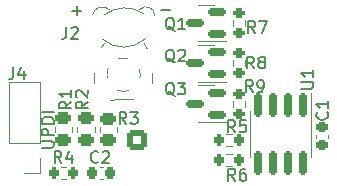
<source format=gto>
G04 #@! TF.GenerationSoftware,KiCad,Pcbnew,7.0.9*
G04 #@! TF.CreationDate,2025-02-16T20:28:53+01:00*
G04 #@! TF.ProjectId,sao_pcb,73616f5f-7063-4622-9e6b-696361645f70,rev?*
G04 #@! TF.SameCoordinates,Original*
G04 #@! TF.FileFunction,Legend,Top*
G04 #@! TF.FilePolarity,Positive*
%FSLAX46Y46*%
G04 Gerber Fmt 4.6, Leading zero omitted, Abs format (unit mm)*
G04 Created by KiCad (PCBNEW 7.0.9) date 2025-02-16 20:28:53*
%MOMM*%
%LPD*%
G01*
G04 APERTURE LIST*
G04 Aperture macros list*
%AMRoundRect*
0 Rectangle with rounded corners*
0 $1 Rounding radius*
0 $2 $3 $4 $5 $6 $7 $8 $9 X,Y pos of 4 corners*
0 Add a 4 corners polygon primitive as box body*
4,1,4,$2,$3,$4,$5,$6,$7,$8,$9,$2,$3,0*
0 Add four circle primitives for the rounded corners*
1,1,$1+$1,$2,$3*
1,1,$1+$1,$4,$5*
1,1,$1+$1,$6,$7*
1,1,$1+$1,$8,$9*
0 Add four rect primitives between the rounded corners*
20,1,$1+$1,$2,$3,$4,$5,0*
20,1,$1+$1,$4,$5,$6,$7,0*
20,1,$1+$1,$6,$7,$8,$9,0*
20,1,$1+$1,$8,$9,$2,$3,0*%
%AMHorizOval*
0 Thick line with rounded ends*
0 $1 width*
0 $2 $3 position (X,Y) of the first rounded end (center of the circle)*
0 $4 $5 position (X,Y) of the second rounded end (center of the circle)*
0 Add line between two ends*
20,1,$1,$2,$3,$4,$5,0*
0 Add two circle primitives to create the rounded ends*
1,1,$1,$2,$3*
1,1,$1,$4,$5*%
%AMRotRect*
0 Rectangle, with rotation*
0 The origin of the aperture is its center*
0 $1 length*
0 $2 width*
0 $3 Rotation angle, in degrees counterclockwise*
0 Add horizontal line*
21,1,$1,$2,0,0,$3*%
G04 Aperture macros list end*
%ADD10C,0.150000*%
%ADD11C,0.100000*%
%ADD12C,0.120000*%
%ADD13RotRect,2.800000X1.700000X355.000000*%
%ADD14HorizOval,1.700000X0.547907X0.047936X-0.547907X-0.047936X0*%
%ADD15HorizOval,1.700000X0.509951X0.206034X-0.509951X-0.206034X0*%
%ADD16HorizOval,1.700000X0.509951X-0.206034X-0.509951X0.206034X0*%
%ADD17HorizOval,1.700000X0.421324X0.353533X-0.421324X-0.353533X0*%
%ADD18HorizOval,1.700000X0.421324X-0.353533X-0.421324X0.353533X0*%
%ADD19C,1.700000*%
%ADD20RoundRect,0.250000X-0.600000X0.600000X-0.600000X-0.600000X0.600000X-0.600000X0.600000X0.600000X0*%
%ADD21RoundRect,0.250000X0.450000X-0.262500X0.450000X0.262500X-0.450000X0.262500X-0.450000X-0.262500X0*%
%ADD22RoundRect,0.150000X0.587500X0.150000X-0.587500X0.150000X-0.587500X-0.150000X0.587500X-0.150000X0*%
%ADD23RoundRect,0.225000X-0.250000X0.225000X-0.250000X-0.225000X0.250000X-0.225000X0.250000X0.225000X0*%
%ADD24RoundRect,0.200000X-0.275000X0.200000X-0.275000X-0.200000X0.275000X-0.200000X0.275000X0.200000X0*%
%ADD25RoundRect,0.225000X-0.225000X-0.250000X0.225000X-0.250000X0.225000X0.250000X-0.225000X0.250000X0*%
%ADD26RoundRect,0.200000X-0.200000X-0.275000X0.200000X-0.275000X0.200000X0.275000X-0.200000X0.275000X0*%
%ADD27RoundRect,0.150000X-0.150000X0.825000X-0.150000X-0.825000X0.150000X-0.825000X0.150000X0.825000X0*%
%ADD28O,1.700000X1.700000*%
%ADD29R,1.700000X1.700000*%
G04 APERTURE END LIST*
D10*
X144369819Y-85863220D02*
X145179342Y-85863220D01*
X145179342Y-85863220D02*
X145274580Y-85815601D01*
X145274580Y-85815601D02*
X145322200Y-85767982D01*
X145322200Y-85767982D02*
X145369819Y-85672744D01*
X145369819Y-85672744D02*
X145369819Y-85482268D01*
X145369819Y-85482268D02*
X145322200Y-85387030D01*
X145322200Y-85387030D02*
X145274580Y-85339411D01*
X145274580Y-85339411D02*
X145179342Y-85291792D01*
X145179342Y-85291792D02*
X144369819Y-85291792D01*
X145369819Y-84815601D02*
X144369819Y-84815601D01*
X144369819Y-84815601D02*
X144369819Y-84434649D01*
X144369819Y-84434649D02*
X144417438Y-84339411D01*
X144417438Y-84339411D02*
X144465057Y-84291792D01*
X144465057Y-84291792D02*
X144560295Y-84244173D01*
X144560295Y-84244173D02*
X144703152Y-84244173D01*
X144703152Y-84244173D02*
X144798390Y-84291792D01*
X144798390Y-84291792D02*
X144846009Y-84339411D01*
X144846009Y-84339411D02*
X144893628Y-84434649D01*
X144893628Y-84434649D02*
X144893628Y-84815601D01*
X145369819Y-83815601D02*
X144369819Y-83815601D01*
X144369819Y-83815601D02*
X144369819Y-83577506D01*
X144369819Y-83577506D02*
X144417438Y-83434649D01*
X144417438Y-83434649D02*
X144512676Y-83339411D01*
X144512676Y-83339411D02*
X144607914Y-83291792D01*
X144607914Y-83291792D02*
X144798390Y-83244173D01*
X144798390Y-83244173D02*
X144941247Y-83244173D01*
X144941247Y-83244173D02*
X145131723Y-83291792D01*
X145131723Y-83291792D02*
X145226961Y-83339411D01*
X145226961Y-83339411D02*
X145322200Y-83434649D01*
X145322200Y-83434649D02*
X145369819Y-83577506D01*
X145369819Y-83577506D02*
X145369819Y-83815601D01*
X145369819Y-82815601D02*
X144369819Y-82815601D01*
X154436779Y-74188866D02*
X155198684Y-74188866D01*
X146936779Y-74288866D02*
X147698684Y-74288866D01*
X147317731Y-74669819D02*
X147317731Y-73907914D01*
X146436666Y-75662785D02*
X146436666Y-76377070D01*
X146436666Y-76377070D02*
X146389047Y-76519927D01*
X146389047Y-76519927D02*
X146293809Y-76615166D01*
X146293809Y-76615166D02*
X146150952Y-76662785D01*
X146150952Y-76662785D02*
X146055714Y-76662785D01*
X146865238Y-75758023D02*
X146912857Y-75710404D01*
X146912857Y-75710404D02*
X147008095Y-75662785D01*
X147008095Y-75662785D02*
X147246190Y-75662785D01*
X147246190Y-75662785D02*
X147341428Y-75710404D01*
X147341428Y-75710404D02*
X147389047Y-75758023D01*
X147389047Y-75758023D02*
X147436666Y-75853261D01*
X147436666Y-75853261D02*
X147436666Y-75948499D01*
X147436666Y-75948499D02*
X147389047Y-76091356D01*
X147389047Y-76091356D02*
X146817619Y-76662785D01*
X146817619Y-76662785D02*
X147436666Y-76662785D01*
X151533333Y-83854819D02*
X151200000Y-83378628D01*
X150961905Y-83854819D02*
X150961905Y-82854819D01*
X150961905Y-82854819D02*
X151342857Y-82854819D01*
X151342857Y-82854819D02*
X151438095Y-82902438D01*
X151438095Y-82902438D02*
X151485714Y-82950057D01*
X151485714Y-82950057D02*
X151533333Y-83045295D01*
X151533333Y-83045295D02*
X151533333Y-83188152D01*
X151533333Y-83188152D02*
X151485714Y-83283390D01*
X151485714Y-83283390D02*
X151438095Y-83331009D01*
X151438095Y-83331009D02*
X151342857Y-83378628D01*
X151342857Y-83378628D02*
X150961905Y-83378628D01*
X151866667Y-82854819D02*
X152485714Y-82854819D01*
X152485714Y-82854819D02*
X152152381Y-83235771D01*
X152152381Y-83235771D02*
X152295238Y-83235771D01*
X152295238Y-83235771D02*
X152390476Y-83283390D01*
X152390476Y-83283390D02*
X152438095Y-83331009D01*
X152438095Y-83331009D02*
X152485714Y-83426247D01*
X152485714Y-83426247D02*
X152485714Y-83664342D01*
X152485714Y-83664342D02*
X152438095Y-83759580D01*
X152438095Y-83759580D02*
X152390476Y-83807200D01*
X152390476Y-83807200D02*
X152295238Y-83854819D01*
X152295238Y-83854819D02*
X152009524Y-83854819D01*
X152009524Y-83854819D02*
X151914286Y-83807200D01*
X151914286Y-83807200D02*
X151866667Y-83759580D01*
X148254819Y-81966666D02*
X147778628Y-82299999D01*
X148254819Y-82538094D02*
X147254819Y-82538094D01*
X147254819Y-82538094D02*
X147254819Y-82157142D01*
X147254819Y-82157142D02*
X147302438Y-82061904D01*
X147302438Y-82061904D02*
X147350057Y-82014285D01*
X147350057Y-82014285D02*
X147445295Y-81966666D01*
X147445295Y-81966666D02*
X147588152Y-81966666D01*
X147588152Y-81966666D02*
X147683390Y-82014285D01*
X147683390Y-82014285D02*
X147731009Y-82061904D01*
X147731009Y-82061904D02*
X147778628Y-82157142D01*
X147778628Y-82157142D02*
X147778628Y-82538094D01*
X147350057Y-81585713D02*
X147302438Y-81538094D01*
X147302438Y-81538094D02*
X147254819Y-81442856D01*
X147254819Y-81442856D02*
X147254819Y-81204761D01*
X147254819Y-81204761D02*
X147302438Y-81109523D01*
X147302438Y-81109523D02*
X147350057Y-81061904D01*
X147350057Y-81061904D02*
X147445295Y-81014285D01*
X147445295Y-81014285D02*
X147540533Y-81014285D01*
X147540533Y-81014285D02*
X147683390Y-81061904D01*
X147683390Y-81061904D02*
X148254819Y-81633332D01*
X148254819Y-81633332D02*
X148254819Y-81014285D01*
X146854819Y-81966666D02*
X146378628Y-82299999D01*
X146854819Y-82538094D02*
X145854819Y-82538094D01*
X145854819Y-82538094D02*
X145854819Y-82157142D01*
X145854819Y-82157142D02*
X145902438Y-82061904D01*
X145902438Y-82061904D02*
X145950057Y-82014285D01*
X145950057Y-82014285D02*
X146045295Y-81966666D01*
X146045295Y-81966666D02*
X146188152Y-81966666D01*
X146188152Y-81966666D02*
X146283390Y-82014285D01*
X146283390Y-82014285D02*
X146331009Y-82061904D01*
X146331009Y-82061904D02*
X146378628Y-82157142D01*
X146378628Y-82157142D02*
X146378628Y-82538094D01*
X146854819Y-81014285D02*
X146854819Y-81585713D01*
X146854819Y-81299999D02*
X145854819Y-81299999D01*
X145854819Y-81299999D02*
X145997676Y-81395237D01*
X145997676Y-81395237D02*
X146092914Y-81490475D01*
X146092914Y-81490475D02*
X146140533Y-81585713D01*
X155604761Y-75950057D02*
X155509523Y-75902438D01*
X155509523Y-75902438D02*
X155414285Y-75807200D01*
X155414285Y-75807200D02*
X155271428Y-75664342D01*
X155271428Y-75664342D02*
X155176190Y-75616723D01*
X155176190Y-75616723D02*
X155080952Y-75616723D01*
X155128571Y-75854819D02*
X155033333Y-75807200D01*
X155033333Y-75807200D02*
X154938095Y-75711961D01*
X154938095Y-75711961D02*
X154890476Y-75521485D01*
X154890476Y-75521485D02*
X154890476Y-75188152D01*
X154890476Y-75188152D02*
X154938095Y-74997676D01*
X154938095Y-74997676D02*
X155033333Y-74902438D01*
X155033333Y-74902438D02*
X155128571Y-74854819D01*
X155128571Y-74854819D02*
X155319047Y-74854819D01*
X155319047Y-74854819D02*
X155414285Y-74902438D01*
X155414285Y-74902438D02*
X155509523Y-74997676D01*
X155509523Y-74997676D02*
X155557142Y-75188152D01*
X155557142Y-75188152D02*
X155557142Y-75521485D01*
X155557142Y-75521485D02*
X155509523Y-75711961D01*
X155509523Y-75711961D02*
X155414285Y-75807200D01*
X155414285Y-75807200D02*
X155319047Y-75854819D01*
X155319047Y-75854819D02*
X155128571Y-75854819D01*
X156509523Y-75854819D02*
X155938095Y-75854819D01*
X156223809Y-75854819D02*
X156223809Y-74854819D01*
X156223809Y-74854819D02*
X156128571Y-74997676D01*
X156128571Y-74997676D02*
X156033333Y-75092914D01*
X156033333Y-75092914D02*
X155938095Y-75140533D01*
X168524580Y-82866666D02*
X168572200Y-82914285D01*
X168572200Y-82914285D02*
X168619819Y-83057142D01*
X168619819Y-83057142D02*
X168619819Y-83152380D01*
X168619819Y-83152380D02*
X168572200Y-83295237D01*
X168572200Y-83295237D02*
X168476961Y-83390475D01*
X168476961Y-83390475D02*
X168381723Y-83438094D01*
X168381723Y-83438094D02*
X168191247Y-83485713D01*
X168191247Y-83485713D02*
X168048390Y-83485713D01*
X168048390Y-83485713D02*
X167857914Y-83438094D01*
X167857914Y-83438094D02*
X167762676Y-83390475D01*
X167762676Y-83390475D02*
X167667438Y-83295237D01*
X167667438Y-83295237D02*
X167619819Y-83152380D01*
X167619819Y-83152380D02*
X167619819Y-83057142D01*
X167619819Y-83057142D02*
X167667438Y-82914285D01*
X167667438Y-82914285D02*
X167715057Y-82866666D01*
X168619819Y-81914285D02*
X168619819Y-82485713D01*
X168619819Y-82199999D02*
X167619819Y-82199999D01*
X167619819Y-82199999D02*
X167762676Y-82295237D01*
X167762676Y-82295237D02*
X167857914Y-82390475D01*
X167857914Y-82390475D02*
X167905533Y-82485713D01*
X162433333Y-76154819D02*
X162100000Y-75678628D01*
X161861905Y-76154819D02*
X161861905Y-75154819D01*
X161861905Y-75154819D02*
X162242857Y-75154819D01*
X162242857Y-75154819D02*
X162338095Y-75202438D01*
X162338095Y-75202438D02*
X162385714Y-75250057D01*
X162385714Y-75250057D02*
X162433333Y-75345295D01*
X162433333Y-75345295D02*
X162433333Y-75488152D01*
X162433333Y-75488152D02*
X162385714Y-75583390D01*
X162385714Y-75583390D02*
X162338095Y-75631009D01*
X162338095Y-75631009D02*
X162242857Y-75678628D01*
X162242857Y-75678628D02*
X161861905Y-75678628D01*
X162766667Y-75154819D02*
X163433333Y-75154819D01*
X163433333Y-75154819D02*
X163004762Y-76154819D01*
X149133333Y-87059580D02*
X149085714Y-87107200D01*
X149085714Y-87107200D02*
X148942857Y-87154819D01*
X148942857Y-87154819D02*
X148847619Y-87154819D01*
X148847619Y-87154819D02*
X148704762Y-87107200D01*
X148704762Y-87107200D02*
X148609524Y-87011961D01*
X148609524Y-87011961D02*
X148561905Y-86916723D01*
X148561905Y-86916723D02*
X148514286Y-86726247D01*
X148514286Y-86726247D02*
X148514286Y-86583390D01*
X148514286Y-86583390D02*
X148561905Y-86392914D01*
X148561905Y-86392914D02*
X148609524Y-86297676D01*
X148609524Y-86297676D02*
X148704762Y-86202438D01*
X148704762Y-86202438D02*
X148847619Y-86154819D01*
X148847619Y-86154819D02*
X148942857Y-86154819D01*
X148942857Y-86154819D02*
X149085714Y-86202438D01*
X149085714Y-86202438D02*
X149133333Y-86250057D01*
X149514286Y-86250057D02*
X149561905Y-86202438D01*
X149561905Y-86202438D02*
X149657143Y-86154819D01*
X149657143Y-86154819D02*
X149895238Y-86154819D01*
X149895238Y-86154819D02*
X149990476Y-86202438D01*
X149990476Y-86202438D02*
X150038095Y-86250057D01*
X150038095Y-86250057D02*
X150085714Y-86345295D01*
X150085714Y-86345295D02*
X150085714Y-86440533D01*
X150085714Y-86440533D02*
X150038095Y-86583390D01*
X150038095Y-86583390D02*
X149466667Y-87154819D01*
X149466667Y-87154819D02*
X150085714Y-87154819D01*
X162233333Y-81154819D02*
X161900000Y-80678628D01*
X161661905Y-81154819D02*
X161661905Y-80154819D01*
X161661905Y-80154819D02*
X162042857Y-80154819D01*
X162042857Y-80154819D02*
X162138095Y-80202438D01*
X162138095Y-80202438D02*
X162185714Y-80250057D01*
X162185714Y-80250057D02*
X162233333Y-80345295D01*
X162233333Y-80345295D02*
X162233333Y-80488152D01*
X162233333Y-80488152D02*
X162185714Y-80583390D01*
X162185714Y-80583390D02*
X162138095Y-80631009D01*
X162138095Y-80631009D02*
X162042857Y-80678628D01*
X162042857Y-80678628D02*
X161661905Y-80678628D01*
X162709524Y-81154819D02*
X162900000Y-81154819D01*
X162900000Y-81154819D02*
X162995238Y-81107200D01*
X162995238Y-81107200D02*
X163042857Y-81059580D01*
X163042857Y-81059580D02*
X163138095Y-80916723D01*
X163138095Y-80916723D02*
X163185714Y-80726247D01*
X163185714Y-80726247D02*
X163185714Y-80345295D01*
X163185714Y-80345295D02*
X163138095Y-80250057D01*
X163138095Y-80250057D02*
X163090476Y-80202438D01*
X163090476Y-80202438D02*
X162995238Y-80154819D01*
X162995238Y-80154819D02*
X162804762Y-80154819D01*
X162804762Y-80154819D02*
X162709524Y-80202438D01*
X162709524Y-80202438D02*
X162661905Y-80250057D01*
X162661905Y-80250057D02*
X162614286Y-80345295D01*
X162614286Y-80345295D02*
X162614286Y-80583390D01*
X162614286Y-80583390D02*
X162661905Y-80678628D01*
X162661905Y-80678628D02*
X162709524Y-80726247D01*
X162709524Y-80726247D02*
X162804762Y-80773866D01*
X162804762Y-80773866D02*
X162995238Y-80773866D01*
X162995238Y-80773866D02*
X163090476Y-80726247D01*
X163090476Y-80726247D02*
X163138095Y-80678628D01*
X163138095Y-80678628D02*
X163185714Y-80583390D01*
X160733333Y-84554819D02*
X160400000Y-84078628D01*
X160161905Y-84554819D02*
X160161905Y-83554819D01*
X160161905Y-83554819D02*
X160542857Y-83554819D01*
X160542857Y-83554819D02*
X160638095Y-83602438D01*
X160638095Y-83602438D02*
X160685714Y-83650057D01*
X160685714Y-83650057D02*
X160733333Y-83745295D01*
X160733333Y-83745295D02*
X160733333Y-83888152D01*
X160733333Y-83888152D02*
X160685714Y-83983390D01*
X160685714Y-83983390D02*
X160638095Y-84031009D01*
X160638095Y-84031009D02*
X160542857Y-84078628D01*
X160542857Y-84078628D02*
X160161905Y-84078628D01*
X161638095Y-83554819D02*
X161161905Y-83554819D01*
X161161905Y-83554819D02*
X161114286Y-84031009D01*
X161114286Y-84031009D02*
X161161905Y-83983390D01*
X161161905Y-83983390D02*
X161257143Y-83935771D01*
X161257143Y-83935771D02*
X161495238Y-83935771D01*
X161495238Y-83935771D02*
X161590476Y-83983390D01*
X161590476Y-83983390D02*
X161638095Y-84031009D01*
X161638095Y-84031009D02*
X161685714Y-84126247D01*
X161685714Y-84126247D02*
X161685714Y-84364342D01*
X161685714Y-84364342D02*
X161638095Y-84459580D01*
X161638095Y-84459580D02*
X161590476Y-84507200D01*
X161590476Y-84507200D02*
X161495238Y-84554819D01*
X161495238Y-84554819D02*
X161257143Y-84554819D01*
X161257143Y-84554819D02*
X161161905Y-84507200D01*
X161161905Y-84507200D02*
X161114286Y-84459580D01*
X162325833Y-79154819D02*
X161992500Y-78678628D01*
X161754405Y-79154819D02*
X161754405Y-78154819D01*
X161754405Y-78154819D02*
X162135357Y-78154819D01*
X162135357Y-78154819D02*
X162230595Y-78202438D01*
X162230595Y-78202438D02*
X162278214Y-78250057D01*
X162278214Y-78250057D02*
X162325833Y-78345295D01*
X162325833Y-78345295D02*
X162325833Y-78488152D01*
X162325833Y-78488152D02*
X162278214Y-78583390D01*
X162278214Y-78583390D02*
X162230595Y-78631009D01*
X162230595Y-78631009D02*
X162135357Y-78678628D01*
X162135357Y-78678628D02*
X161754405Y-78678628D01*
X162897262Y-78583390D02*
X162802024Y-78535771D01*
X162802024Y-78535771D02*
X162754405Y-78488152D01*
X162754405Y-78488152D02*
X162706786Y-78392914D01*
X162706786Y-78392914D02*
X162706786Y-78345295D01*
X162706786Y-78345295D02*
X162754405Y-78250057D01*
X162754405Y-78250057D02*
X162802024Y-78202438D01*
X162802024Y-78202438D02*
X162897262Y-78154819D01*
X162897262Y-78154819D02*
X163087738Y-78154819D01*
X163087738Y-78154819D02*
X163182976Y-78202438D01*
X163182976Y-78202438D02*
X163230595Y-78250057D01*
X163230595Y-78250057D02*
X163278214Y-78345295D01*
X163278214Y-78345295D02*
X163278214Y-78392914D01*
X163278214Y-78392914D02*
X163230595Y-78488152D01*
X163230595Y-78488152D02*
X163182976Y-78535771D01*
X163182976Y-78535771D02*
X163087738Y-78583390D01*
X163087738Y-78583390D02*
X162897262Y-78583390D01*
X162897262Y-78583390D02*
X162802024Y-78631009D01*
X162802024Y-78631009D02*
X162754405Y-78678628D01*
X162754405Y-78678628D02*
X162706786Y-78773866D01*
X162706786Y-78773866D02*
X162706786Y-78964342D01*
X162706786Y-78964342D02*
X162754405Y-79059580D01*
X162754405Y-79059580D02*
X162802024Y-79107200D01*
X162802024Y-79107200D02*
X162897262Y-79154819D01*
X162897262Y-79154819D02*
X163087738Y-79154819D01*
X163087738Y-79154819D02*
X163182976Y-79107200D01*
X163182976Y-79107200D02*
X163230595Y-79059580D01*
X163230595Y-79059580D02*
X163278214Y-78964342D01*
X163278214Y-78964342D02*
X163278214Y-78773866D01*
X163278214Y-78773866D02*
X163230595Y-78678628D01*
X163230595Y-78678628D02*
X163182976Y-78631009D01*
X163182976Y-78631009D02*
X163087738Y-78583390D01*
X160733333Y-88654819D02*
X160400000Y-88178628D01*
X160161905Y-88654819D02*
X160161905Y-87654819D01*
X160161905Y-87654819D02*
X160542857Y-87654819D01*
X160542857Y-87654819D02*
X160638095Y-87702438D01*
X160638095Y-87702438D02*
X160685714Y-87750057D01*
X160685714Y-87750057D02*
X160733333Y-87845295D01*
X160733333Y-87845295D02*
X160733333Y-87988152D01*
X160733333Y-87988152D02*
X160685714Y-88083390D01*
X160685714Y-88083390D02*
X160638095Y-88131009D01*
X160638095Y-88131009D02*
X160542857Y-88178628D01*
X160542857Y-88178628D02*
X160161905Y-88178628D01*
X161590476Y-87654819D02*
X161400000Y-87654819D01*
X161400000Y-87654819D02*
X161304762Y-87702438D01*
X161304762Y-87702438D02*
X161257143Y-87750057D01*
X161257143Y-87750057D02*
X161161905Y-87892914D01*
X161161905Y-87892914D02*
X161114286Y-88083390D01*
X161114286Y-88083390D02*
X161114286Y-88464342D01*
X161114286Y-88464342D02*
X161161905Y-88559580D01*
X161161905Y-88559580D02*
X161209524Y-88607200D01*
X161209524Y-88607200D02*
X161304762Y-88654819D01*
X161304762Y-88654819D02*
X161495238Y-88654819D01*
X161495238Y-88654819D02*
X161590476Y-88607200D01*
X161590476Y-88607200D02*
X161638095Y-88559580D01*
X161638095Y-88559580D02*
X161685714Y-88464342D01*
X161685714Y-88464342D02*
X161685714Y-88226247D01*
X161685714Y-88226247D02*
X161638095Y-88131009D01*
X161638095Y-88131009D02*
X161590476Y-88083390D01*
X161590476Y-88083390D02*
X161495238Y-88035771D01*
X161495238Y-88035771D02*
X161304762Y-88035771D01*
X161304762Y-88035771D02*
X161209524Y-88083390D01*
X161209524Y-88083390D02*
X161161905Y-88131009D01*
X161161905Y-88131009D02*
X161114286Y-88226247D01*
X166354819Y-80861904D02*
X167164342Y-80861904D01*
X167164342Y-80861904D02*
X167259580Y-80814285D01*
X167259580Y-80814285D02*
X167307200Y-80766666D01*
X167307200Y-80766666D02*
X167354819Y-80671428D01*
X167354819Y-80671428D02*
X167354819Y-80480952D01*
X167354819Y-80480952D02*
X167307200Y-80385714D01*
X167307200Y-80385714D02*
X167259580Y-80338095D01*
X167259580Y-80338095D02*
X167164342Y-80290476D01*
X167164342Y-80290476D02*
X166354819Y-80290476D01*
X167354819Y-79290476D02*
X167354819Y-79861904D01*
X167354819Y-79576190D02*
X166354819Y-79576190D01*
X166354819Y-79576190D02*
X166497676Y-79671428D01*
X166497676Y-79671428D02*
X166592914Y-79766666D01*
X166592914Y-79766666D02*
X166640533Y-79861904D01*
X155604761Y-78650057D02*
X155509523Y-78602438D01*
X155509523Y-78602438D02*
X155414285Y-78507200D01*
X155414285Y-78507200D02*
X155271428Y-78364342D01*
X155271428Y-78364342D02*
X155176190Y-78316723D01*
X155176190Y-78316723D02*
X155080952Y-78316723D01*
X155128571Y-78554819D02*
X155033333Y-78507200D01*
X155033333Y-78507200D02*
X154938095Y-78411961D01*
X154938095Y-78411961D02*
X154890476Y-78221485D01*
X154890476Y-78221485D02*
X154890476Y-77888152D01*
X154890476Y-77888152D02*
X154938095Y-77697676D01*
X154938095Y-77697676D02*
X155033333Y-77602438D01*
X155033333Y-77602438D02*
X155128571Y-77554819D01*
X155128571Y-77554819D02*
X155319047Y-77554819D01*
X155319047Y-77554819D02*
X155414285Y-77602438D01*
X155414285Y-77602438D02*
X155509523Y-77697676D01*
X155509523Y-77697676D02*
X155557142Y-77888152D01*
X155557142Y-77888152D02*
X155557142Y-78221485D01*
X155557142Y-78221485D02*
X155509523Y-78411961D01*
X155509523Y-78411961D02*
X155414285Y-78507200D01*
X155414285Y-78507200D02*
X155319047Y-78554819D01*
X155319047Y-78554819D02*
X155128571Y-78554819D01*
X155938095Y-77650057D02*
X155985714Y-77602438D01*
X155985714Y-77602438D02*
X156080952Y-77554819D01*
X156080952Y-77554819D02*
X156319047Y-77554819D01*
X156319047Y-77554819D02*
X156414285Y-77602438D01*
X156414285Y-77602438D02*
X156461904Y-77650057D01*
X156461904Y-77650057D02*
X156509523Y-77745295D01*
X156509523Y-77745295D02*
X156509523Y-77840533D01*
X156509523Y-77840533D02*
X156461904Y-77983390D01*
X156461904Y-77983390D02*
X155890476Y-78554819D01*
X155890476Y-78554819D02*
X156509523Y-78554819D01*
X141966666Y-79054819D02*
X141966666Y-79769104D01*
X141966666Y-79769104D02*
X141919047Y-79911961D01*
X141919047Y-79911961D02*
X141823809Y-80007200D01*
X141823809Y-80007200D02*
X141680952Y-80054819D01*
X141680952Y-80054819D02*
X141585714Y-80054819D01*
X142871428Y-79388152D02*
X142871428Y-80054819D01*
X142633333Y-79007200D02*
X142395238Y-79721485D01*
X142395238Y-79721485D02*
X143014285Y-79721485D01*
X146033333Y-87154819D02*
X145700000Y-86678628D01*
X145461905Y-87154819D02*
X145461905Y-86154819D01*
X145461905Y-86154819D02*
X145842857Y-86154819D01*
X145842857Y-86154819D02*
X145938095Y-86202438D01*
X145938095Y-86202438D02*
X145985714Y-86250057D01*
X145985714Y-86250057D02*
X146033333Y-86345295D01*
X146033333Y-86345295D02*
X146033333Y-86488152D01*
X146033333Y-86488152D02*
X145985714Y-86583390D01*
X145985714Y-86583390D02*
X145938095Y-86631009D01*
X145938095Y-86631009D02*
X145842857Y-86678628D01*
X145842857Y-86678628D02*
X145461905Y-86678628D01*
X146890476Y-86488152D02*
X146890476Y-87154819D01*
X146652381Y-86107200D02*
X146414286Y-86821485D01*
X146414286Y-86821485D02*
X147033333Y-86821485D01*
X155604761Y-81450057D02*
X155509523Y-81402438D01*
X155509523Y-81402438D02*
X155414285Y-81307200D01*
X155414285Y-81307200D02*
X155271428Y-81164342D01*
X155271428Y-81164342D02*
X155176190Y-81116723D01*
X155176190Y-81116723D02*
X155080952Y-81116723D01*
X155128571Y-81354819D02*
X155033333Y-81307200D01*
X155033333Y-81307200D02*
X154938095Y-81211961D01*
X154938095Y-81211961D02*
X154890476Y-81021485D01*
X154890476Y-81021485D02*
X154890476Y-80688152D01*
X154890476Y-80688152D02*
X154938095Y-80497676D01*
X154938095Y-80497676D02*
X155033333Y-80402438D01*
X155033333Y-80402438D02*
X155128571Y-80354819D01*
X155128571Y-80354819D02*
X155319047Y-80354819D01*
X155319047Y-80354819D02*
X155414285Y-80402438D01*
X155414285Y-80402438D02*
X155509523Y-80497676D01*
X155509523Y-80497676D02*
X155557142Y-80688152D01*
X155557142Y-80688152D02*
X155557142Y-81021485D01*
X155557142Y-81021485D02*
X155509523Y-81211961D01*
X155509523Y-81211961D02*
X155414285Y-81307200D01*
X155414285Y-81307200D02*
X155319047Y-81354819D01*
X155319047Y-81354819D02*
X155128571Y-81354819D01*
X155890476Y-80354819D02*
X156509523Y-80354819D01*
X156509523Y-80354819D02*
X156176190Y-80735771D01*
X156176190Y-80735771D02*
X156319047Y-80735771D01*
X156319047Y-80735771D02*
X156414285Y-80783390D01*
X156414285Y-80783390D02*
X156461904Y-80831009D01*
X156461904Y-80831009D02*
X156509523Y-80926247D01*
X156509523Y-80926247D02*
X156509523Y-81164342D01*
X156509523Y-81164342D02*
X156461904Y-81259580D01*
X156461904Y-81259580D02*
X156414285Y-81307200D01*
X156414285Y-81307200D02*
X156319047Y-81354819D01*
X156319047Y-81354819D02*
X156033333Y-81354819D01*
X156033333Y-81354819D02*
X155938095Y-81307200D01*
X155938095Y-81307200D02*
X155890476Y-81259580D01*
D11*
X152714214Y-79682966D02*
G75*
G03*
X152714214Y-79682966I-1414214J0D01*
G01*
X149700000Y-76982966D02*
G75*
G03*
X149430407Y-77400704I4500000J-3200000D01*
G01*
X148800001Y-79582966D02*
G75*
G03*
X148792409Y-80490936I5499999J-500000D01*
G01*
X153708280Y-80483579D02*
G75*
G03*
X153699998Y-79582966I-5408280J400613D01*
G01*
X153290653Y-77487731D02*
G75*
G03*
X152999999Y-76982966I-5090653J-2595235D01*
G01*
X152127186Y-81792662D02*
G75*
G03*
X150200000Y-81882966I-727186J-5090304D01*
G01*
X149500000Y-76682966D02*
G75*
G03*
X153150265Y-76638816I1800000J2100000D01*
G01*
X153011182Y-74519900D02*
G75*
G03*
X149700001Y-74582967I-1611182J-2363066D01*
G01*
X150099999Y-74182967D02*
G75*
G03*
X148676808Y-74577168I-599999J-599999D01*
G01*
X153950482Y-74682966D02*
G75*
G03*
X152669329Y-74152295I-750482J0D01*
G01*
D12*
X150735000Y-84539564D02*
X150735000Y-84085436D01*
X149265000Y-84539564D02*
X149265000Y-84085436D01*
X147365000Y-84527064D02*
X147365000Y-84072936D01*
X148835000Y-84527064D02*
X148835000Y-84072936D01*
X146935000Y-84527064D02*
X146935000Y-84072936D01*
X145465000Y-84527064D02*
X145465000Y-84072936D01*
X158262500Y-76860000D02*
X159937500Y-76860000D01*
X158262500Y-76860000D02*
X157612500Y-76860000D01*
X158262500Y-73740000D02*
X158912500Y-73740000D01*
X158262500Y-73740000D02*
X157612500Y-73740000D01*
X168575000Y-84759420D02*
X168575000Y-85040580D01*
X167555000Y-84759420D02*
X167555000Y-85040580D01*
X161585000Y-75062742D02*
X161585000Y-75537258D01*
X160540000Y-75062742D02*
X160540000Y-75537258D01*
X149259420Y-87490000D02*
X149540580Y-87490000D01*
X149259420Y-88510000D02*
X149540580Y-88510000D01*
X161585000Y-81912742D02*
X161585000Y-82387258D01*
X160540000Y-81912742D02*
X160540000Y-82387258D01*
X159962742Y-85722500D02*
X160437258Y-85722500D01*
X159962742Y-84677500D02*
X160437258Y-84677500D01*
X161585000Y-78462742D02*
X161585000Y-78937258D01*
X160540000Y-78462742D02*
X160540000Y-78937258D01*
X159962742Y-87422500D02*
X160437258Y-87422500D01*
X159962742Y-86377500D02*
X160437258Y-86377500D01*
X167125000Y-84700000D02*
X167125000Y-81250000D01*
X167125000Y-84700000D02*
X167125000Y-86650000D01*
X162005000Y-84700000D02*
X162005000Y-82750000D01*
X162005000Y-84700000D02*
X162005000Y-86650000D01*
X158262500Y-77140000D02*
X157612500Y-77140000D01*
X158262500Y-77140000D02*
X158912500Y-77140000D01*
X158262500Y-80260000D02*
X157612500Y-80260000D01*
X158262500Y-80260000D02*
X159937500Y-80260000D01*
X141570000Y-85430000D02*
X141570000Y-80290000D01*
X144230000Y-80290000D02*
X141570000Y-80290000D01*
X144230000Y-85430000D02*
X141570000Y-85430000D01*
X144230000Y-85430000D02*
X144230000Y-80290000D01*
X144230000Y-86700000D02*
X144230000Y-88030000D01*
X144230000Y-88030000D02*
X142900000Y-88030000D01*
X145962742Y-88522500D02*
X146437258Y-88522500D01*
X145962742Y-87477500D02*
X146437258Y-87477500D01*
X158262500Y-83710000D02*
X159937500Y-83710000D01*
X158262500Y-83710000D02*
X157612500Y-83710000D01*
X158262500Y-80590000D02*
X158912500Y-80590000D01*
X158262500Y-80590000D02*
X157612500Y-80590000D01*
%LPC*%
D13*
X149452093Y-75635030D03*
D14*
X153087907Y-75635030D03*
D15*
X149490049Y-78429000D03*
D16*
X153049951Y-78429000D03*
D17*
X149578676Y-81116499D03*
D18*
X152961324Y-81116499D03*
D19*
X157535000Y-87740000D03*
X157535000Y-85200000D03*
X154995000Y-87740000D03*
X154995000Y-85200000D03*
X152455000Y-87740000D03*
D20*
X152455000Y-85200000D03*
D21*
X150000000Y-83400000D03*
X150000000Y-85225000D03*
X148100000Y-85212500D03*
X148100000Y-83387500D03*
X146200000Y-83387500D03*
X146200000Y-85212500D03*
D22*
X159200000Y-76250000D03*
X159200000Y-74350000D03*
X157325000Y-75300000D03*
D23*
X168065000Y-84125000D03*
X168065000Y-85675000D03*
D24*
X161062500Y-74475000D03*
X161062500Y-76125000D03*
D25*
X148625000Y-88000000D03*
X150175000Y-88000000D03*
D24*
X161062500Y-81325000D03*
X161062500Y-82975000D03*
D26*
X161025000Y-85200000D03*
X159375000Y-85200000D03*
D24*
X161062500Y-77875000D03*
X161062500Y-79525000D03*
D26*
X161025000Y-86900000D03*
X159375000Y-86900000D03*
D27*
X166470000Y-82225000D03*
X165200000Y-82225000D03*
X163930000Y-82225000D03*
X162660000Y-82225000D03*
X162660000Y-87175000D03*
X163930000Y-87175000D03*
X165200000Y-87175000D03*
X166470000Y-87175000D03*
D22*
X157325000Y-78700000D03*
X159200000Y-77750000D03*
X159200000Y-79650000D03*
D28*
X142900000Y-81620000D03*
X142900000Y-84160000D03*
D29*
X142900000Y-86700000D03*
D26*
X147025000Y-88000000D03*
X145375000Y-88000000D03*
D22*
X159200000Y-83100000D03*
X159200000Y-81200000D03*
X157325000Y-82150000D03*
%LPD*%
M02*

</source>
